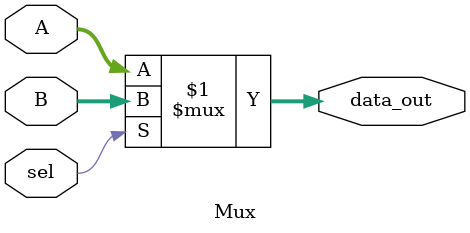
<source format=v>
`timescale 1ns / 1ps


module Mux(A, B, sel, data_out);
  input [63:0] A;
  input [63:0] B;
  input sel;
  
  output [63:0] data_out;
  
  assign data_out = sel ? B : A;
  
endmodule

</source>
